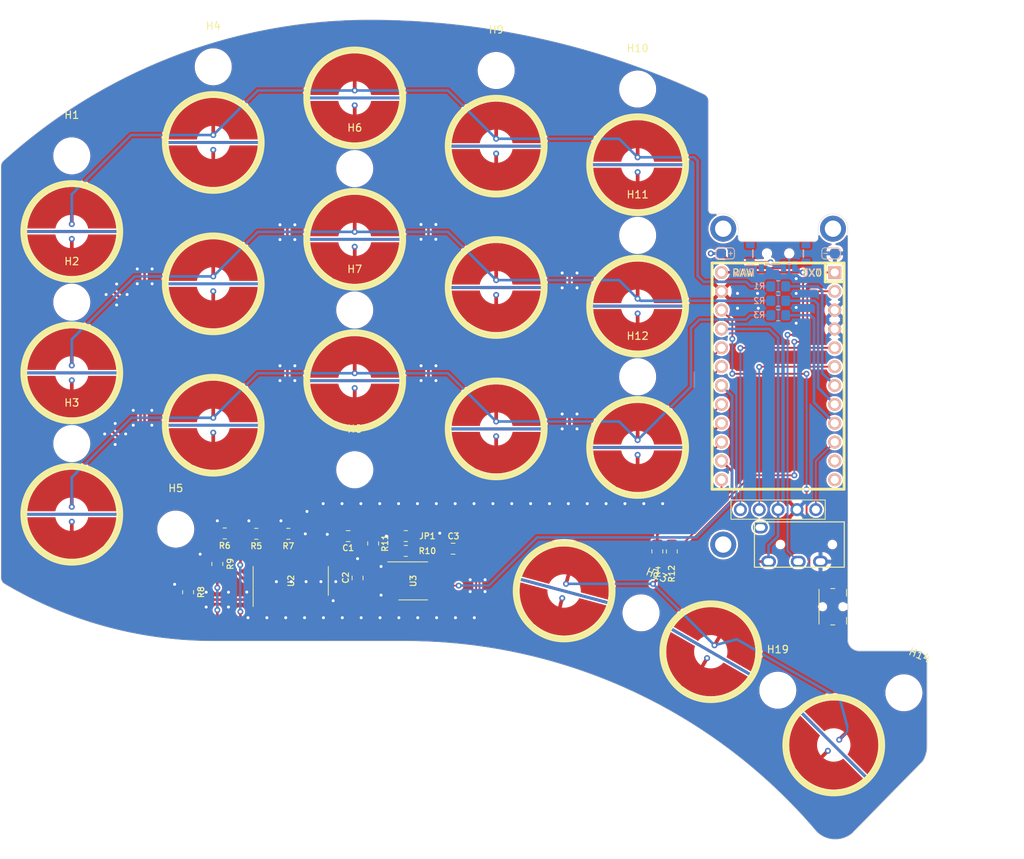
<source format=kicad_pcb>
(kicad_pcb (version 20221018) (generator pcbnew)
  (layers (0 "F.Cu" signal) (31 "B.Cu" signal) (34 "B.Paste" user) (35 "F.Paste" user) (36 "B.SilkS" user "B.Silkscreen") (37 "F.SilkS" user "F.Silkscreen") (38 "B.Mask" user) (39 "F.Mask" user) (44 "Edge.Cuts" user))
  (net 0 "")
  (net 1 "+3.3V")
  (net 2 "GND")
  (net 3 "APLEX_OUT_PIN_0")
  (net 4 "MOSI")
  (net 5 "SCK")
  (net 6 "CS")
  (net 8 "BAT+")
  (net 9 "RAW")
  (net 10 "Net-(R1-Pad1)")
  (net 11 "ROW0")
  (net 12 "ROW1")
  (net 13 "Net-(R2-Pad2)")
  (net 14 "ROW2")
  (net 15 "Net-(R3-Pad2)")
  (net 16 "COL0")
  (net 17 "COL1")
  (net 18 "COL2")
  (net 19 "COL3")
  (net 20 "COL4")
  (net 21 "Net-(JP1-A)")
  (net 22 "ADC")
  (net 23 "DATA")
  (net 24 "RESET")
  (net 25 "APLEX_EN_PIN_0")
  (net 26 "AMUX_SEL_2")
  (net 27 "AMUX_SEL_1")
  (net 28 "AMUX_SEL_0")
  (net 29 "Net-(R4-Pad2)")
  (net 30 "ROW3")
  (net 31 "HAND")
  (net 33 "POWER")
  (footprint "Capacitor_SMD:C_0805_2012Metric_Pad1.18x1.45mm_HandSolder" (layer "F.Cu") (at 213.988549 97.598989 180)
    (fp_text reference "C3")
    (fp_text value "100n")
  )
  (footprint "MountingHole:MountingHole_4.5mm" (layer "F.Cu") (at 162.639543 44.666058)
    (fp_text reference "H1")
    (fp_text value "MountingHole")
  )
  (footprint "Resistor_SMD:R_0805_2012Metric_Pad1.20x1.40mm_HandSolder" (layer "F.Cu") (at 243.439963 97.966057 -90)
    (fp_text reference "R12")
    (fp_text value "5.1k")
  )
  (footprint "tako:ecs_pad_1U_no_ring" (layer "F.Cu") (at 238.839549 45.859992 90)
    (fp_text reference "SW5")
    (fp_text value "EC_SW" hide)
  )
  (footprint "tako:ecs_pad_1U_no_ring" (layer "F.Cu") (at 200.73955 74.959991 90)
    (fp_text reference "SW13")
    (fp_text value "EC_SW" hide)
  )
  (footprint "tako:ecs_pad_1U_no_ring" (layer "F.Cu") (at 181.68955 80.9605 90)
    (fp_text reference "SW12")
    (fp_text value "EC_SW" hide)
  )
  (footprint "Button_Switch_SMD:Panasonic_EVQPUL_EVQPUC" (layer "F.Cu") (at 265.115971 105.420627 -90)
    (fp_text reference "RSW1" hide)
    (fp_text value "Reset")
  )
  (footprint "tako:ecs_pad_1U_no_ring" (layer "F.Cu") (at 219.78955 43.360005 90)
    (fp_text reference "SW4")
    (fp_text value "EC_SW" hide)
  )
  (footprint "tako:ecs_pad_1U_no_ring" (layer "F.Cu") (at 238.839549 83.959994 90)
    (fp_text reference "SW15")
    (fp_text value "EC_SW" hide)
  )
  (footprint "tako:ecs_pad_1U_no_ring" (layer "F.Cu") (at 162.639552 73.910492 90)
    (fp_text reference "SW6")
    (fp_text value "EC_SW" hide)
  )
  (footprint "Resistor_SMD:R_0805_2012Metric_Pad1.20x1.40mm_HandSolder" (layer "F.Cu") (at 191.804486 95.592133 180)
    (fp_text reference "R7")
    (fp_text value "100k")
  )
  (footprint "Package_SO:SOIC-8_3.9x4.9mm_P1.27mm" (layer "F.Cu") (at 208.622514 101.937135)
    (fp_text reference "U3")
    (fp_text value "OPA350")
  )
  (footprint "tako:bat_pin+" (layer "F.Cu") (at 250.116908 57.819421)
    (fp_text reference "BAT_HOLE+1" hide)
    (fp_text value "MountingHole_Pad" hide)
  )
  (footprint "MountingHole:MountingHole_4.5mm" (layer "F.Cu") (at 219.789549 33.166058)
    (fp_text reference "H9")
    (fp_text value "MountingHole")
  )
  (footprint "tako:ecs_pad_1U_no_ring" (layer "F.Cu") (at 200.73954 36.859996 90)
    (fp_text reference "SW3")
    (fp_text value "EC_SW" hide)
  )
  (footprint "MountingHole:MountingHole_4.5mm" (layer "F.Cu") (at 238.839551 35.666058)
    (fp_text reference "H10")
    (fp_text value "MountingHole")
  )
  (footprint "tako:M2_hole_3.5mm" (layer "F.Cu") (at 250.364002 97.039421 90)
    (fp_text reference "H17" hide)
    (fp_text value "MountingHole" hide)
  )
  (footprint "tako:ecs_pad_1U_no_ring" (layer "F.Cu") (at 162.63955 92.960494 90)
    (fp_text reference "SW11")
    (fp_text value "EC_SW" hide)
  )
  (footprint "MountingHole:MountingHole_4.5mm" (layer "F.Cu") (at 239.297894 106.243092 -22.5)
    (fp_text reference "H13")
    (fp_text value "MountingHole")
  )
  (footprint "MountingHole:MountingHole_4.5mm" (layer "F.Cu") (at 162.639541 64.385492)
    (fp_text reference "H2")
    (fp_text value "MountingHole")
  )
  (footprint "MountingHole:MountingHole_4.5mm" (layer "F.Cu") (at 176.63955 94.960499)
    (fp_text reference "H5")
    (fp_text value "MountingHole")
  )
  (footprint "Capacitor_SMD:C_0805_2012Metric_Pad1.18x1.45mm_HandSolder" (layer "F.Cu") (at 199.860014 95.898991)
    (fp_text reference "C1")
    (fp_text value "100n")
  )
  (footprint "Resistor_SMD:R_0805_2012Metric_Pad1.20x1.40mm_HandSolder" (layer "F.Cu") (at 182.23855 99.64899 90)
    (fp_text reference "R9")
    (fp_text value "100k")
  )
  (footprint "tako:M2_hole_3.5mm" (layer "F.Cu") (at 250.364001 54.480531)
    (fp_text reference "H15" hide)
    (fp_text value "MountingHole" hide)
  )
  (footprint "Resistor_SMD:R_0805_2012Metric_Pad1.20x1.40mm_HandSolder" (layer "F.Cu") (at 183.238547 95.542492 180)
    (fp_text reference "R6")
    (fp_text value "100k")
  )
  (footprint "tako:ecs_pad_1U_no_ring" (layer "F.Cu") (at 181.689546 42.860498 90)
    (fp_text reference "SW2")
    (fp_text value "EC_SW" hide)
  )
  (footprint "tako:TRRS-PJ-320A" (layer "F.Cu") (at 266.665975 97.039423 -90)
    (fp_text reference "J1")
    (fp_text value "MJ-4PP-9")
  )
  (footprint "Capacitor_SMD:C_0805_2012Metric_Pad1.18x1.45mm_HandSolder" (layer "F.Cu") (at 201.122517 101.542491 90)
    (fp_text reference "C2")
    (fp_text value "220p")
  )
  (footprint "Resistor_SMD:R_0805_2012Metric_Pad1.20x1.40mm_HandSolder" (layer "F.Cu") (at 187.488548 95.592136 180)
    (fp_text reference "R5")
    (fp_text value "100k")
  )
  (footprint "tako:ecs_pad_1U_no_ring_90deg" (layer "F.Cu") (at 248.689516 111.480384 150)
    (fp_text reference "SW17")
    (fp_text value "EC_SW" hide)
  )
  (footprint "tako:ecs_pad_1U_no_ring" (layer "F.Cu") (at 219.78955 62.409994 90)
    (fp_text reference "SW9")
    (fp_text value "EC_SW" hide)
  )
  (footprint "MountingHole:MountingHole_4.5mm" (layer "F.Cu") (at 274.694073 117.01475 -22.5)
    (fp_text reference "H14")
    (fp_text value "MountingHole")
  )
  (footprint "tako:ecs_pad_1U_no_ring" (layer "F.Cu") (at 181.689551 61.910495 90)
    (fp_text reference "SW7")
    (fp_text value "EC_SW" hide)
  )
  (footprint "tako:ecs_pad_1U_no_ring" (layer "F.Cu") (at 219.789545 81.459993 90)
    (fp_text reference "SW14")
    (fp_text value "EC_SW" hide)
  )
  (footprint "tako:ecs_pad_1U_no_ring" (layer "F.Cu") (at 162.63954 54.860494 90)
    (fp_text reference "SW1")
    (fp_text value "EC_SW" hide)
  )
  (footprint "Resistor_SMD:R_0805_2012Metric_Pad1.20x1.40mm_HandSolder" (layer "F.Cu") (at 207.622514 97.89899)
    (fp_text reference "R10")
    (fp_text value "100k")
  )
  (footprint "MountingHole:MountingHole_4.5mm" (layer "F.Cu") (at 238.839549 74.434995)
    (fp_text reference "H12")
    (fp_text value "MountingHole")
  )
  (footprint "MountingHole:MountingHole_4.5mm" (layer "F.Cu") (at 200.739542 46.384998)
    (fp_text reference "H6")
    (fp_text value "MountingHole")
  )
  (footprint "tako:ecs_pad_1U_no_ring" (layer "F.Cu") (at 238.839548 64.909997 90)
    (fp_text reference "SW10")
    (fp_text value "EC_SW" hide)
  )
  (footprint "Resistor_SMD:R_0805_2012Metric_Pad1.20x1.40mm_HandSolder" (layer "F.Cu") (at 178.304486 103.459424 90)
    (fp_text reference "R8")
    (fp_text value "100k")
  )
  (footprint "Package_SO:SOIC-16_3.9x9.9mm_P1.27mm" (layer "F.Cu") (at 192.122517 101.937137 90)
    (fp_text reference "U2")
    (fp_text value "74HC4051")
  )
  (footprint "Resistor_SMD:R_0805_2012Metric_Pad1.20x1.40mm_HandSolder" (layer "F.Cu") (at 207.622517 95.898992)
    (fp_text reference "JP1")
    (fp_text value "Ext_Res")
  )
  (footprint "MountingHole:MountingHole_4.5mm" (layer "F.Cu") (at 181.689545 32.666057)
    (fp_text reference "H4")
    (fp_text value "MountingHole")
  )
  (footprint "MountingHole:MountingHole_4.5mm" (layer "F.Cu") (at 238.839549 55.384995)
    (fp_text reference "H11")
    (fp_text value "MountingHole")
  )
  (footprint "tako:ecs_pad_1U_no_ring_90deg" (layer "F.Cu") (at 228.942589 103.300695 165)
    (fp_text reference "SW18")
    (fp_text value "EC_SW" hide)
  )
  (footprint "tako:ecs_pad_1U_no_ring" (layer "F.Cu") (at 200.739544 55.909999 90)
    (fp_text reference "SW8")
    (fp_text value "EC_SW" hide)
  )
  (footprint "tako:nice_view" (layer "F.Cu") (at 257.75433 75.852635)
    (fp_text reference "DISP1")
    (fp_text value "nice!view" hide)
  )
  (footprint "tako:M2_hole_3.5mm" (layer "F.Cu") (at 265.145326 54.480079)
    (fp_text reference "H16" hide)
    (fp_text value "MountingHole" hide)
  )
  (footprint "MountingHole:MountingHole_4.5mm" (layer "F.Cu") (at 200.739541 65.434995)
    (fp_text reference "H7")
    (fp_text value "MountingHole")
  )
  (footprint "tako:bat_pin-" (layer "F.Cu") (at 265.390409 57.819423 180)
    (fp_text reference "BAT_HOLE-1" hide)
    (fp_text value "MountingHole_Pad" hide)
  )
  (footprint "tako:ecs_pad_1U_no_ring_90deg" (layer "F.Cu") (at 265.249073 124.04775 135)
    (fp_text reference "SW16")
    (fp_text value "EC_SW" hide)
  )
  (footprint "Resistor_SMD:R_0805_2012Metric_Pad1.20x1.40mm_HandSolder" (layer "F.Cu") (at 203.222517 96.89899 90)
    (fp_text reference "R11")
    (fp_text value "1k")
  )
  (footprint "MountingHole:MountingHole_4.5mm" (layer "F.Cu") (at 162.63955 83.435488)
    (fp_text reference "H3")
    (fp_text value "MountingHole")
  )
  (footprint "Resistor_SMD:R_0805_2012Metric_Pad1.20x1.40mm_HandSolder" (layer "F.Cu") (at 241.489549 97.959989 -90)
    (fp_text reference "R4")
    (fp_text value "100")
  )
  (footprint "MountingHole:MountingHole_4.5mm" (layer "F.Cu") (at 257.715972 116.670626)
    (fp_text reference "H19")
    (fp_text value "MountingHole")
  )
  (footprint "MountingHole:MountingHole_4.5mm" (layer "F.Cu") (at 200.739548 86.959992)
    (fp_text reference "H8")
    (fp_text value "MountingHole")
  )
  (footprint "tako:SW_SPDT_SMD_PCM12" (layer "B.Cu") (at 257.75458 58.142138)
    (fp_text reference "PSW1" hide)
    (fp_text value "SW_SPDT")
  )
  (footprint "tako:ArduinoProMicro" (layer "B.Cu") (at 257.754575 74.343659 -90)
    (fp_text reference "U1" hide)
    (fp_text value "STeMCell" hide)
  )
  (footprint "Resistor_SMD:R_0805_2012Metric_Pad1.20x1.40mm_HandSolder" (layer "B.Cu") (at 257.772518 66.142134 180)
    (fp_text reference "R3")
    (fp_text value "100")
  )
  (footprint "Resistor_SMD:R_0805_2012Metric_Pad1.20x1.40mm_HandSolder" (layer "B.Cu") (at 257.772513 64.192137 180)
    (fp_text reference "R2")
    (fp_text value "100")
  )
  (footprint "Resistor_SMD:R_0805_2012Metric_Pad1.20x1.40mm_HandSolder" (layer "B.Cu") (at 257.772514 62.242136)
    (fp_text reference "R1")
    (fp_text value "100")
  )
  (gr_line (start 276.294057 111.364599) (end 268.643644 111.364387) (stroke (width 0.1)) (layer "Edge.Cuts"))
  (gr_arc (start 277.819057 124.214599) (mid 277.670378 125.263417) (end 277.24832 126.23501) (stroke (width 0.1)) (layer "Edge.Cuts"))
  (gr_arc (start 202.739289 26.334575) (mid 225.817109 28.876226) (end 247.788744 36.379091) (stroke (width 0.05)) (layer "Edge.Cuts"))
  (gr_line (start 153.114941 86.246058) (end 153.114943 101.485645) (stroke (width 0.05)) (layer "Edge.Cuts"))
  (gr_line (start 153.114939 81.166058) (end 153.114941 65.246057) (stroke (width 0.05)) (layer "Edge.Cuts"))
  (gr_line (start 248.364002 51.980529) (end 248.364002 37.284666) (stroke (width 0.05)) (layer "Edge.Cuts"))
  (gr_arc (start 153.588342 102.335003) (mid 153.241253 101.971847) (end 153.114943 101.485645) (stroke (width 0.05)) (layer "Edge.Cuts"))
  (gr_arc (start 263.145135 54.479892) (mid 263.730941 53.065606) (end 265.145268 52.479904) (stroke (width 0.05)) (layer "Edge.Cuts"))
  (gr_arc (start 181.689856 110.03599) (mid 167.121062 108.075856) (end 153.588342 102.335003) (stroke (width 0.05)) (layer "Edge.Cuts"))
  (gr_line (start 207.751735 110.035651) (end 181.689856 110.03599) (stroke (width 0.05)) (layer "Edge.Cuts"))
  (gr_line (start 153.114948 46.085744) (end 153.11494 60.166058) (stroke (width 0.05)) (layer "Edge.Cuts"))
  (gr_line (start 153.114939 81.166058) (end 153.114941 86.246058) (stroke (width 0.05)) (layer "Edge.Cuts"))
  (gr_line (start 248.864006 52.480527) (end 250.363944 52.480355) (stroke (width 0.05)) (layer "Edge.Cuts"))
  (gr_line (start 153.11494 60.166058) (end 153.114941 65.246057) (stroke (width 0.05)) (layer "Edge.Cuts"))
  (gr_arc (start 250.363944 52.480355) (mid 251.778243 53.06616) (end 252.363931 54.480488) (stroke (width 0.05)) (layer "Edge.Cuts"))
  (gr_line (start 252.864111 56.230419) (end 262.644956 56.229817) (stroke (width 0.05)) (layer "Edge.Cuts"))
  (gr_arc (start 276.294057 111.364599) (mid 277.372395 111.811261) (end 277.819057 112.889599) (stroke (width 0.1)) (layer "Edge.Cuts"))
  (gr_arc (start 267.79918 135.879353) (mid 265.356024 136.751584) (end 262.966865 135.740785) (stroke (width 0.05)) (layer "Edge.Cuts"))
  (gr_arc (start 153.114948 46.085744) (mid 153.199487 45.683416) (end 153.438748 45.349091) (stroke (width 0.05)) (layer "Edge.Cuts"))
  (gr_line (start 267.145259 54.480041) (end 267.144942 94.264804) (stroke (width 0.05)) (layer "Edge.Cuts"))
  (gr_arc (start 248.864006 52.480527) (mid 248.510461 52.334073) (end 248.364002 51.980529) (stroke (width 0.05)) (layer "Edge.Cuts"))
  (gr_line (start 252.363931 54.480488) (end 252.364104 55.730421) (stroke (width 0.05)) (layer "Edge.Cuts"))
  (gr_arc (start 263.14496 55.72982) (mid 262.998476 56.08334) (end 262.644956 56.229817) (stroke (width 0.05)) (layer "Edge.Cuts"))
  (gr_line (start 267.144948 94.264807) (end 267.144057 109.839599) (stroke (width 0.1)) (layer "Edge.Cuts"))
  (gr_arc (start 207.751735 110.035651) (mid 238.182841 116.823197) (end 262.966864 135.740786) (stroke (width 0.05)) (layer "Edge.Cuts"))
  (gr_arc (start 252.864111 56.230419) (mid 252.51053 56.083972) (end 252.364104 55.730421) (stroke (width 0.05)) (layer "Edge.Cuts"))
  (gr_arc (start 153.438748 45.349091) (mid 176.319144 31.252928) (end 202.739289 26.334575) (stroke (width 0.05)) (layer "Edge.Cuts"))
  (gr_arc (start 247.788744 36.379091) (mid 248.208059 36.748229) (end 248.364002 37.284666) (stroke (width 0.05)) (layer "Edge.Cuts"))
  (gr_arc (start 265.145268 52.479904) (mid 266.559447 53.06581) (end 267.145259 54.480041) (stroke (width 0.05)) (layer "Edge.Cuts"))
  (gr_line (start 263.14496 55.72982) (end 263.145135 54.479892) (stroke (width 0.05)) (layer "Edge.Cuts"))
  (gr_arc (start 268.643644 111.364387) (mid 267.581771 110.908914) (end 267.144057 109.839599) (stroke (width 0.1)) (layer "Edge.Cuts"))
  (gr_line (start 277.24832 126.23501) (end 267.79918 135.879353) (stroke (width 0.1)) (layer "Edge.Cuts"))
  (gr_line (start 277.819057 112.889599) (end 277.819057 124.214599) (stroke (width 0.1)) (layer "Edge.Cuts"))
  (gr_text "TAKO\nREV 1.0\nBY SSBB" (at 203.389965 87.001456) (layer "F.Cu") (effects (font (size 0.8 0.8)) (justify left)))
  (segment (start 245.178981 99.339422) (end 256.465971 99.339424) (width 0.35) (layer "F.Cu") (net 1))
  (segment (start 243.439965 98.966056) (end 244.805614 98.966056) (width 0.35) (layer "F.Cu") (net 1))
  (segment (start 244.805614 98.966056) (end 245.178981 99.339422) (width 0.35) (layer "F.Cu") (net 1))
  (segment (start 257.75433 95.882271) (end 257.754328 92.332635) (width 0.35) (layer "B.Cu") (net 1))
  (segment (start 257.754332 69.180423) (end 257.75433 92.332635) (width 0.35) (layer "B.Cu") (net 1))
  (segment (start 256.465971 99.339424) (end 256.465972 97.170627) (width 0.35) (layer "B.Cu") (net 1))
  (segment (start 250.134576 67.99366) (end 256.567566 67.99366) (width 0.35) (layer "B.Cu") (net 1))
  (segment (start 256.465972 97.170627) (end 257.75433 95.882271) (width 0.35) (layer "B.Cu") (net 1))
  (segment (start 256.567566 67.99366) (end 257.754332 69.180423) (width 0.35) (layer "B.Cu") (net 1))
  (via (at 260.189969 61.216057) (size 0.8) (drill 0.4) (layers "F.Cu" "B.Cu") (net 2))
  (via (at 194.088549 95.598991) (size 0.8) (drill 0.4) (layers "F.Cu" "B.Cu") (net 2))
  (via (at 186.201834 103.439598) (size 0.8) (drill 0.4) (layers "F.Cu" "B.Cu") (net 2))
  (via (at 186.488552 93.842492) (size 0.8) (drill 0.4) (layers "F.Cu" "B.Cu") (net 2))
  (via (at 234.58955 91.52999) (size 0.8) (drill 0.4) (layers "F.Cu" "B.Cu") (net 2))
  (via (at 192.676256 72.950602) (size 0.8) (drill 0.4) (layers "F.Cu" "B.Cu") (net 2))
  (via (at 229.509548 91.529992) (size 0.8) (drill 0.4) (layers "F.Cu" "B.Cu") (net 2))
  (via (at 180.73855 103.459422) (size 0.8) (drill 0.4) (layers "F.Cu" "B.Cu") (net 2))
  (via (at 173.456255 59.9006) (size 0.8) (drill 0.4) (layers "F.Cu" "B.Cu") (net 2))
  (via (at 186.368548 106.898991) (size 0.8) (drill 0.4) (layers "F.Cu" "B.Cu") (net 2))
  (via (at 232.049547 91.529992) (size 0.8) (drill 0.4) (layers "F.Cu" "B.Cu") (net 2))
  (via (at 228.676259 60.450602) (size 0.8) (drill 0.4) (layers "F.Cu" "B.Cu") (net 2))
  (via (at 230.676257 62.450599) (size 0.8) (drill 0.4) (layers "F.Cu" "B.Cu") (net 2))
  (via (at 239.669549 91.529989) (size 0.8) (drill 0.4) (layers "F.Cu" "B.Cu") (net 2))
  (via (at 224.429549 91.529989) (size 0.8) (drill 0.4) (layers "F.Cu" "B.Cu") (net 2))
  (via (at 170.089736 63.350052) (size 0.8) (drill 0.4) (layers "F.Cu" "B.Cu") (net 2))
  (via (at 218.289546 103.382637) (size 0.8) (drill 0.4) (layers "F.Cu" "B.Cu") (net 2))
  (via (at 176.488549 102.39899) (size 0.8) (drill 0.4) (layers "F.Cu" "B.Cu") (net 2))
  (via (at 173.416257 80.960603) (size 0.8) (drill 0.4) (layers "F.Cu" "B.Cu") (net 2))
  (via (at 212.190408 95.509423) (size 0.8) (drill 0.4) (layers "F.Cu" "B.Cu") (net 2))
  (via (at 190.676255 72.950602) (size 0.8) (drill 0.4) (layers "F.Cu" "B.Cu") (net 2))
  (via (at 196.489547 91.529992) (size 0.8) (drill 0.4) (layers "F.Cu" "B.Cu") (net 2))
  (via (at 204.288548 99.998989) (size 0.8) (drill 0.4) (layers "F.Cu" "B.Cu") (net 2))
  (via (at 204.148548 106.898991) (size 0.8) (drill 0.4) (layers "F.Cu" "B.Cu") (net 2))
  (via (at 216.809551 91.529992) (size 0.8) (drill 0.4) (layers "F.Cu" "B.Cu") (net 2))
  (via (at 190.804486 93.842492) (size 0.8) (drill 0.4) (layers "F.Cu" "B.Cu") (net 2))
  (via (at 204.109547 91.529992) (size 0.8) (drill 0.4) (layers "F.Cu" "B.Cu") (net 2))
  (via (at 209.676255 72.950599) (size 0.8) (drill 0.4) (layers "F.Cu" "B.Cu") (net 2))
  (via (at 216.848547 106.898991) (size 0.8) (drill 0.4) (layers "F.Cu" "B.Cu") (net 2))
  (via (at 218.28955 101.782634) (size 0.8) (drill 0.4) (layers "F.Cu" "B.Cu") (net 2))
  (via (at 192.18955 102.04049) (size 0.8) (drill 0.4) (layers "F.Cu" "B.Cu") (net 2))
  (via (at 168.675526 61.935838) (size 0.8) (drill 0.4) (layers "F.Cu" "B.Cu") (net 2))
  (via (at 170.916255 78.960598) (size 0.8) (drill 0.4) (layers "F.Cu" "B.Cu") (net 2))
  (via (at 237.129549 91.529992) (size 0.8) (drill 0.4) (layers "F.Cu" "B.Cu") (net 2))
  (via (at 228.67626 62.450601) (size 0.8) (drill 0.4) (layers "F.Cu" "B.Cu") (net 2))
  (via (at 180.73855 105.459421) (size 0.8) (drill 0.4) (layers "F.Cu" "B.Cu") (net 2))
  (via (at 196.528547 106.89899) (size 0.8) (drill 0.4) (layers "F.Cu" "B.Cu") (net 2))
  (via (at 197.840408 104.609424) (size 0.8) (drill 0.4) (layers "F.Cu" "B.Cu") (net 2))
  (via (at 183.73855 105.459423) (size 0.8) (drill 0.4) (layers "F.Cu" "B.Cu") (net 2))
  (via (at 183.73855 103.459423) (size 0.8) (drill 0.4) (layers "F.Cu" "B.Cu") (net 2))
  (via (at 168.481006 80.726494) (size 0.8) (drill 0.4) (layers "F.Cu" "B.Cu") (net 2))
  (via (at 206.688549 106.898991) (size 0.8) (drill 0.4) (layers "F.Cu" "B.Cu") (net 2))
  (via (at 214.269547 91.529991) (size 0.8) (drill 0.4) (layers "F.Cu" "B.Cu") (net 2))
  (via (at 211.676256 74.950602) (size 0.8) (drill 0.4) (layers "F.Cu" "B.Cu") (net 2))
  (via (at 221.889549 91.529991) (size 0.8) (drill 0.4) (layers "F.Cu" "B.Cu") (net 2))
  (via (at 206.649547 91.529992) (size 0.8) (drill 0.4) (layers "F.Cu" "B.Cu") (net 2))
  (via (at 192.676258 74.950601) (size 0.8) (drill 0.4) (layers "F.Cu" "B.Cu") (net 2))
  (via (at 228.676258 81.4506) (size 0.8) (drill 0.4) (layers "F.Cu" "B.Cu") (net 2))
  (via (at 190.676258 74.950603) (size 0.8) (drill 0.4) (layers "F.Cu" "B.Cu") (net 2))
  (via (at 211.66626 55.910601) (size 0.8) (drill 0.4) (layers "F.Cu" "B.Cu") (net 2))
  (via (at 179.926834 98.339598) (size 0.8) (drill 0.4) (layers "F.Cu" "B.Cu") (net 2))
  (via (at 188.90855 106.89899) (size 0.8) (drill 0.4) (layers "F.Cu" "B.Cu") (net 2))
  (via (at 230.676256 81.450604) (size 0.8) (drill 0.4) (layers "F.Cu" "B.Cu") (net 2))
  (via (at 173.456258 61.900604) (size 0.8) (drill 0.4) (layers "F.Cu" "B.Cu") (net 2))
  (via (at 199.068548 106.898989) (size 0.8) (drill 0.4) (layers "F.Cu" "B.Cu") (net 2))
  (via (at 255.088553 65.198993) (size 0.8) (drill 0.4) (layers "F.Cu" "B.Cu") (net 2))
  (via (at 211.768547 106.89899) (size 0.8) (drill 0.4) (layers "F.Cu" "B.Cu") (net 2))
  (via (at 201.608547 106.898991) (size 0.8) (drill 0.4) (layers "F.Cu" "B.Cu") (net 2))
  (via (at 199.029546 91.529991) (size 0.8) (drill 0.4) (layers "F.Cu" "B.Cu") (net 2))
  (via (at 209.666255 55.910603) (size 0.8) (drill 0.4) (layers "F.Cu" "B.Cu") (net 2))
  (via (at 201.569548 91.529992) (size 0.8) (drill 0.4) (layers "F.Cu" "B.Cu") (net 2))
  (via (at 260.189967 67.216055) (size 0.8) (drill 0.4) (layers "F.Cu" "B.Cu") (net 2))
  (via (at 260.189968 63.198991) (size 0.8) (drill 0.4) (layers "F.Cu" "B.Cu") (net 2))
  (via (at 192.676257 53.9506) (size 0.8) (drill 0.4) (layers "F.Cu" "B.Cu") (net 2))
  (via (at 194.189549 102.040493) (size 0.8) (drill 0.4) (layers "F.Cu" "B.Cu") (net 2))
  (via (at 169.895222 82.140707) (size 0.8) (drill 0.4) (layers "F.Cu" "B.Cu") (net 2))
  (via (at 190.676256 53.950602) (size 0.8) (drill 0.4) (layers "F.Cu" "B.Cu") (net 2))
  (via (at 216.289546 101.782635) (size 0.8) (drill 0.4) (layers "F.Cu" "B.Cu") (net 2))
  (via (at 171.456255 61.900602) (size 0.8) (drill 0.4) (layers "F.Cu" "B.Cu") (net 2))
  (via (at 204.98855 95.898989) (size 0.8) (drill 0.4) (layers "F.Cu" "B.Cu") (net 2))
  (via (at 198.189547 102.040493) (size 0.8) (drill 0.4) (layers "F.Cu" "B.Cu") (net 2))
  (via (at 242.209547 91.52999) (size 0.8) (drill 0.4) (layers "F.Cu" "B.Cu") (net 2))
  (via (at 214.308551 106.898991) (size 0.8) (drill 0.4) (layers "F.Cu" "B.Cu") (net 2))
  (via (at 219.349547 91.529989) (size 0.8) (drill 0.4) (layers "F.Cu" "B.Cu") (net 2))
  (via (at 260.189964 65.098991) (size 0.8) (drill 0.4) (layers "F.Cu" "B.Cu") (net 2))
  (via (at 211.666254 53.910601) (size 0.8) (drill 0.4) (layers "F.Cu" "B.Cu") (net 2))
  (via (at 230.676256 79.450602) (size 0.8) (drill 0.4) (layers "F.Cu" "B.Cu") (net 2))
  (via (at 190.676256 55.950601) (size 0.8) (drill 0.4) (layers "F.Cu" "B.Cu") (net 2))
  (via (at 209.18955 91.52999) (size 0.8) (drill 0.4) (layers "F.Cu" "B.Cu") (net 2))
  (via (at 216.289551 103.382635) (size 0.8) (drill 0.4) (layers "F.Cu" "B.Cu") (net 2))
  (via (at 211.676257 72.950603) (size 0.8) (drill 0.4) (layers "F.Cu" "B.Cu") (net 2))
  (via (at 209.666259 53.910603) (size 0.8) (drill 0.4) (layers "F.Cu" "B.Cu") (net 2))
  (via (at 204.290408 103.859422) (size 0.8) (drill 0.4) (layers "F.Cu" "B.Cu") (net 2))
  (via (at 254.98855 63.198991) (size 0.8) (drill 0.4) (layers "F.Cu" "B.Cu") (net 2))
  (via (at 192.676257 55.950604) (size 0.8) (drill 0.4) (layers "F.Cu" "B.Cu") (net 2))
  (via (at 167.261311 63.350051) (size 0.8) (drill 0.4) (layers "F.Cu" "B.Cu") (net 2))
  (via (at 209.676256 74.9506) (size 0.8) (drill 0.4) (layers "F.Cu" "B.Cu") (net 2))
  (via (at 190.189549 102.042491) (size 0.8) (drill 0.4) (layers "F.Cu" "B.Cu") (net 2))
  (via (at 252.288551 63.198991) (size 0.8) (drill 0.4) (layers "F.Cu" "B.Cu") (net 2))
  (via (at 211.72955 91.529992) (size 0.8) (drill 0.4) (layers "F.Cu" "B.Cu") (net 2))
  (via (at 167.066791 82.140706) (size 0.8) (drill 0.4) (layers "F.Cu" "B.Cu") (net 2))
  (via (at 168.675525 64.764265) (size 0.8) (drill 0.4) (layers "F.Cu" "B.Cu") (net 2))
  (via (at 171.456258 59.9006) (size 0.8) (drill 0.4) (layers "F.Cu" "B.Cu") (net 2))
  (via (at 228.676258 79.450602) (size 0.8) (drill 0.4) (layers "F.Cu" "B.Cu") (net 2))
  (via (at 197.044964 95.666058) (size 0.8) (drill 0.4) (layers "F.Cu" "B.Cu") (net 2))
  (via (at 209.228548 106.898991) (size 0.8) (drill 0.4) (layers "F.Cu" "B.Cu") (net 2))
  (via (at 194.309547 92.580492) (size 0.8) (drill 0.4) (layers "F.Cu" "B.Cu") (net 2))
  (via (at 173.416254 78.960601) (size 0.8) (drill 0.4) (layers "F.Cu" "B.Cu") (net 2))
  (via (at 191.448548 106.898991) (size 0.8) (drill 0.4) (layers "F.Cu" "B.Cu") (net 2))
  (via (at 201.122515 98.942493) (size 0.8) (drill 0.4) (layers "F.Cu" "B.Cu") (net 2))
  (via (at 182.238551 93.842492) (size 0.8) (drill 0.4) (layers "F.Cu" "B.Cu") (net 2))
  (via (at 170.916256 80.960601) (size 0.8) (drill 0.4) (layers "F.Cu" "B.Cu") (net 2))
  (via (at 196.18955 102.040491) (size 0.8) (drill 0.4) (layers "F.Cu" "B.Cu") (net 2))
  (via (at 226.969547 91.529992) (size 0.8) (drill 0.4) (layers "F.Cu" "B.Cu") (net 2))
  (via (at 168.481007 83.55492) (size 0.8) (drill 0.4) (layers "F.Cu" "B.Cu") (net 2))
  (via (at 193.98855 106.897008) (size 0.8) (drill 0.4) (layers "F.Cu" "B.Cu") (net 2))
  (via (at 230.676257 60.450602) (size 0.8) (drill 0.4) (layers "F.Cu" "B.Cu") (net 2))
  (via (at 252.288549 65.198992) (size 0.8) (drill 0.4) (layers "F.Cu" "B.Cu") (net 2))
  (segment (start 201.085016 102.542492) (end 199.434565 102.54249) (width 0.35) (layer "F.Cu") (net 3))
  (segment (start 217.092789 103.742998) (end 217.09279 95.129393) (width 0.25) (layer "F.Cu") (net 3))
  (segment (start 248.689547 91.119639) (end 248.68955 84.678689) (width 0.25) (layer "F.Cu") (net 3))
  (segment (start 209.989966 104.916057) (end 215.919732 104.916058) (width 0.25) (layer "F.Cu") (net 3))
  (segment (start 217.09279 95.129393) (end 217.762191 94.459992) (width 0.25) (layer "F.Cu") (net 3))
  (segment (start 215.919732 104.916058) (end 217.092789 103.742998) (width 0.25) (layer "F.Cu") (net 3))
  (segment (start 248.68955 84.678689) (end 250.134578 83.23366) (width 0.25) (layer "F.Cu") (net 3))
  (segment (start 190.217517 103.263524) (end 190.217515 104.412136) (width 0.35) (layer "F.Cu") (net 3))
  (segment (start 245.349195 94.459991) (end 248.689547 91.119639) (width 0.25) (layer "F.Cu") (net 3))
  (segment (start 199.03855 102.938508) (end 190.542534 102.938507) (width 0.35) (layer "F.Cu") (net 3))
  (segment (start 206.147517 102.572136) (end 207.646044 102.572135) (width 0.25) (layer "F.Cu") (net 3))
  (segment (start 201.122515 102.579991) (end 206.139659 102.579992) (width 0.35) (layer "F.Cu") (net 3))
  (segment (start 190.542534 102.938507) (end 190.217517 103.263524) (width 0.35) (layer "F.Cu") (net 3))
  (segment (start 207.646044 102.572135) (end 209.989966 104.916057) (width 0.25) (layer "F.Cu") (net 3))
  (segment (start 199.434565 102.54249) (end 199.03855 102.938508) (width 0.35) (layer "F.Cu") (net 3))
  (segment (start 217.762191 94.459992) (end 245.349195 94.459991) (width 0.25) (layer "F.Cu") (net 3))
  (segment (start 252.706381 70.533659) (end 265.374578 70.533661) (width 0.25) (layer "F.Cu") (net 4))
  (segment (start 252.674328 70.565709) (end 252.706381 70.533659) (width 0.25) (layer "F.Cu") (net 4))
  (via (at 252.674328 70.565709) (size 0.8) (drill 0.4) (layers "F.Cu" "B.Cu") (net 4))
  (segment (start 252.674328 70.565709) (end 252.67433 92.332634) (width 0.25) (layer "B.Cu") (net 4))
  (segment (start 255.214329 73.112048) (end 255.25272 73.07366) (width 0.25) (layer "F.Cu") (net 5))
  (segment (start 255.25272 73.07366) (end 265.374576 73.073658) (width 0.25) (layer "F.Cu") (net 5))
  (via (at 255.214329 73.112048) (size 0.8) (drill 0.4) (layers "F.Cu" "B.Cu") (net 5))
  (segment (start 255.214329 73.112048) (end 255.214331 92.332638) (width 0.25) (layer "B.Cu") (net 5))
  (segment (start 262.834333 85.773907) (end 265.374576 83.233662) (width 0.25) (layer "B.Cu") (net 6))
  (segment (start 262.834328 92.332633) (end 262.834333 85.773907) (width 0.25) (layer "B.Cu") (net 6))
  (segment (start 248.693333 57.819423) (end 248.689966 57.816058) (width 0.35) (layer "F.Cu") (net 8))
  (segment (start 250.116908 57.819421) (end 248.693333 57.819423) (width 0.35) (layer "F.Cu") (net 8))
  (segment (start 256.740408 59.009421) (end 251.306907 59.009424) (width 0.35) (layer "F.Cu") (net 8))
  (segment (start 251.306907 59.009424) (end 250.116908 57.819421) (width 0.35) (layer "F.Cu") (net 8))
  (via (at 248.689966 57.816058) (size 0.8) (drill 0.4) (layers "F.Cu" "B.Cu") (net 8))
  (via (at 256.740408 59.009421) (size 0.8) (drill 0.4) (layers "F.Cu" "B.Cu") (net 8))
  (segment (start 248.689966 57.816058) (end 250.113541 57.816056) (width 0.35) (layer "B.Cu") (net 8))
  (segment (start 257.303118 59.572134) (end 258.504578 59.572133) (width 0.35) (layer "B.Cu") (net 8))
  (segment (start 250.113541 57.816056) (end 250.116908 57.819421) (width 0.35) (layer "B.Cu") (net 8))
  (segment (start 256.740408 59.009421) (end 257.303118 59.572134) (width 0.35) (layer "B.Cu") (net 8))
  (segment (start 261.09041 60.359424) (end 250.148815 60.359424) (width 0.35) (layer "F.Cu") (net 9))
  (via (at 261.09041 60.359424) (size 0.8) (drill 0.4) (layers "F.Cu" "B.Cu") (net 9))
  (segment (start 261.09041 60.359424) (end 260.791867 60.359424) (width 0.35) (layer "B.Cu") (net 9))
  (segment (start 260.791867 60.359424) (end 260.00458 59.572134) (width 0.35) (layer "B.Cu") (net 9))
  (via (at 238.839548 44.859994) (size 0.8) (drill 0.4) (layers "F.Cu" "B.Cu") (net 10))
  (via (at 219.789552 42.360001) (size 0.8) (drill 0.4) (layers "F.Cu" "B.Cu") (net 10))
  (via (at 200.73954 35.859996) (size 0.8) (drill 0.4) (layers "F.Cu" "B.Cu") (net 10))
  (via (at 181.689543 41.860498) (size 0.8) (drill 0.4) (layers "F.Cu" "B.Cu") (net 10))
  (via (at 162.639541 53.860499) (size 0.8) (drill 0.4) (layers "F.Cu" "B.Cu") (net 10))
  (segment (start 253.466044 61.642135) (end 254.066042 62.242135) (width 0.35) (layer "B.Cu") (net 10))
  (segment (start 219.789552 42.360001) (end 213.289548 35.859997) (width 0.35) (layer "B.Cu") (net 10))
  (segment (start 246.922514 45.348609) (end 246.922517 60.848607) (width 0.35) (layer "B.Cu") (net 10))
  (segment (start 213.289548 35.859997) (end 200.73954 35.859996) (width 0.35) (layer "B.Cu") (net 10))
  (segment (start 247.716042 61.642132) (end 253.466044 61.642135) (width 0.35) (layer "B.Cu") (net 10))
  (segment (start 219.789552 42.360001) (end 236.339555 42.359999) (width 0.35) (layer "B.Cu") (net 10))
  (segment (start 181.689543 41.860498) (end 170.634351 41.860498) (width 0.35) (layer "B.Cu") (net 10))
  (segment (start 162.639542 49.855301) (end 162.639541 53.860499) (width 0.35) (layer "B.Cu") (net 10))
  (segment (start 238.839548 44.859994) (end 246.433903 44.859994) (width 0.35) (layer "B.Cu") (net 10))
  (segment (start 170.634351 41.860498) (end 162.639542 49.855301) (width 0.35) (layer "B.Cu") (net 10))
  (segment (start 181.689543 41.860498) (end 187.690044 35.859996) (width 0.35) (layer "B.Cu") (net 10))
  (segment (start 236.339555 42.359999) (end 238.839548 44.859994) (width 0.35) (layer "B.Cu") (net 10))
  (segment (start 246.922517 60.848607) (end 247.716042 61.642132) (width 0.35) (layer "B.Cu") (net 10))
  (segment (start 246.433903 44.859994) (end 246.922514 45.348609) (width 0.35) (layer "B.Cu") (net 10))
  (segment (start 254.066042 62.242135) (end 256.772513 62.242134) (width 0.35) (layer "B.Cu") (net 10))
  (segment (start 187.690044 35.859996) (end 200.73954 35.859996) (width 0.35) (layer "B.Cu") (net 10))
  (segment (start 263.692713 73.931797) (end 265.374578 75.613658) (width 0.35) (layer "B.Cu") (net 11))
  (segment (start 258.772515 62.242136) (end 263.094703 62.242133) (width 0.35) (layer "B.Cu") (net 11))
  (segment (start 263.692714 62.840145) (end 263.692713 73.931797) (width 0.35) (layer "B.Cu") (net 11))
  (segment (start 263.094703 62.242133) (end 263.692714 62.840145) (width 0.35) (layer "B.Cu") (net 11))
  (segment (start 263.142715 64.665145) (end 263.142715 75.921796) (width 0.35) (layer "B.Cu") (net 12))
  (segment (start 258.772515 64.192136) (end 262.669703 64.192135) (width 0.35) (layer "B.Cu") (net 12))
  (segment (start 263.142715 75.921796) (end 265.374576 78.15366) (width 0.35) (layer "B.Cu") (net 12))
  (segment (start 262.669703 64.192135) (end 263.142715 64.665145) (width 0.35) (layer "B.Cu") (net 12))
  (via (at 162.63955 72.910491) (size 0.8) (drill 0.4) (layers "F.Cu" "B.Cu") (net 13))
  (via (at 200.739548 54.909996) (size 0.8) (drill 0.4) (layers "F.Cu" "B.Cu") (net 13))
  (via (at 238.83955 63.909992) (size 0.8) (drill 0.4) (layers "F.Cu" "B.Cu") (net 13))
  (via (at 181.689551 60.910494) (size 0.8) (drill 0.4) (layers "F.Cu" "B.Cu") (net 13))
  (via (at 219.789553 61.409991) (size 0.8) (drill 0.4) (layers "F.Cu" "B.Cu") (net 13))
  (segment (start 162.639552 69.385478) (end 171.114538 60.910495) (width 0.35) (layer "B.Cu") (net 13))
  (segment (start 238.83955 63.909992) (end 236.339546 61.409991) (width 0.35) (layer "B.Cu") (net 13))
  (segment (start 171.114538 60.910495) (end 181.689551 60.910494) (width 0.35) (layer "B.Cu") (net 13))
  (segment (start 239.328799 64.192135) (end 256.772518 64.192135) (width 0.35) (layer "B.Cu") (net 13))
  (segment (start 162.63955 72.910491) (end 162.639552 69.385478) (width 0.35) (layer "B.Cu") (net 13))
  (segment (start 236.339546 61.409991) (end 219.789553 61.409991) (width 0.35) (layer "B.Cu") (net 13))
  (segment (start 187.690047 54.909997) (end 200.739548 54.909996) (width 0.35) (layer "B.Cu") (net 13))
  (segment (start 181.689551 60.910494) (end 187.690047 54.909997) (width 0.35) (layer "B.Cu") (net 13))
  (segment (start 200.739548 54.909996) (end 213.289552 54.909996) (width 0.35) (layer "B.Cu") (net 13))
  (segment (start 238.83955 63.909992) (end 238.975247 64.045691) (width 0.35) (layer "B.Cu") (net 13))
  (segment (start 213.289552 54.909996) (end 219.789553 61.409991) (width 0.35) (layer "B.Cu") (net 13))
  (arc (start 239.328799 64.192135) (mid 239.137457 64.154077) (end 238.975247 64.045691) (width 0.35) (layer "B.Cu") (net 13))
  (segment (start 262.119703 66.142134) (end 262.592714 66.615146) (width 0.35) (layer "B.Cu") (net 14))
  (segment (start 262.592714 66.615146) (end 262.592714 77.911797) (width 0.35) (layer "B.Cu") (net 14))
  (segment (start 258.772516 66.142134) (end 262.119703 66.142134) (width 0.35) (layer "B.Cu") (net 14))
  (segment (start 262.592714 77.911797) (end 265.374578 80.693659) (width 0.35) (layer "B.Cu") (net 14))
  (via (at 238.839549 82.959995) (size 0.8) (drill 0.4) (layers "F.Cu" "B.Cu") (net 15))
  (via (at 219.789545 80.459995) (size 0.8) (drill 0.4) (layers "F.Cu" "B.Cu") (net 15))
  (via (at 162.63955 91.960494) (size 0.8) (drill 0.4) (layers "F.Cu" "B.Cu") (net 15))
  (via (at 200.739548 73.959993) (size 0.8) (drill 0.4) (layers "F.Cu" "B.Cu") (net 15))
  (via (at 181.689549 79.960497) (size 0.8) (drill 0.4) (layers "F.Cu" "B.Cu") (net 15))
  (segment (start 213.289541 73.959994) (end 219.789545 80.459995) (width 0.35) (layer "B.Cu") (net 15))
  (segment (start 187.690053 73.959991) (end 200.739548 73.959993) (width 0.35) (layer "B.Cu") (net 15))
  (segment (start 247.188887 66.717134) (end 253.438885 66.717136) (width 0.35) (layer "B.Cu") (net 15))
  (segment (start 162.63955 91.960494) (end 162.639547 87.987311) (width 0.35) (layer "B.Cu") (net 15))
  (segment (start 246.022513 67.883509) (end 247.188887 66.717134) (width 0.35) (layer "B.Cu") (net 15))
  (segment (start 254.013889 66.142134) (end 256.772518 66.142134) (width 0.35) (layer "B.Cu") (net 15))
  (segment (start 238.839549 82.959995) (end 246.022513 75.777034) (width 0.35) (layer "B.Cu") (net 15))
  (segment (start 219.789545 80.459995) (end 236.339548 80.459995) (width 0.35) (layer "B.Cu") (net 15))
  (segment (start 170.666359 79.960495) (end 181.689549 79.960497) (width 0.35) (layer "B.Cu") (net 15))
  (segment (start 253.438885 66.717136) (end 254.013889 66.142134) (width 0.35) (layer "B.Cu") (net 15))
  (segment (start 162.639547 87.987311) (end 170.666359 79.960495) (width 0.35) (layer "B.Cu") (net 15))
  (segment (start 246.022513 75.777034) (end 246.022513 67.883509) (width 0.35) (layer "B.Cu") (net 15))
  (segment (start 236.339548 80.459995) (end 238.839549 82.959995) (width 0.35) (layer "B.Cu") (net 15))
  (segment (start 181.689549 79.960497) (end 187.690053 73.959991) (width 0.35) (layer "B.Cu") (net 15))
  (segment (start 200.739548 73.959993) (end 213.289541 73.959994) (width 0.35) (layer "B.Cu") (net 15))
  (segment (start 236.796015 113.070549) (end 253.628481 122.788776) (width 0.35) (layer "F.Cu") (net 16))
  (segment (start 171.889551 66.559167) (end 171.889551 89.013915) (width 0.35) (layer "F.Cu") (net 16))
  (segment (start 178.304483 107.230578) (end 179.847897 108.773992) (width 0.35) (layer "F.Cu") (net 16))
  (segment (start 171.88955 92.084435) (end 171.889551 102.33049) (width 0.35) (layer "F.Cu") (net 16))
  (segment (start 253.641529 122.785279) (end 258.009843 127.153594) (width 0.35) (layer "F.Cu") (net 16))
  (segment (start 171.889551 102.33049) (end 171.889549 103.065643) (width 0.35) (layer "F.Cu") (net 16))
  (segment (start 253.628481 122.788776) (end 253.641529 122.785279) (width 0.35) (layer "F.Cu") (net 16))
  (segment (start 163.22533 57.89495) (end 171.889551 66.559167) (width 0.35) (layer "F.Cu") (net 16))
  (segment (start 171.88955 92.084435) (end 171.889551 89.013915) (width 0.35) (layer "F.Cu") (net 16))
  (segment (start 262.143228 127.153595) (end 264.541967 124.754855) (width 0.35) (layer "F.Cu") (net 16))
  (segment (start 178.304487 104.459423) (end 178.304483 107.230578) (width 0.35) (layer "F.Cu") (net 16))
  (segment (start 236.788308 113.057197) (end 236.796015 113.070549) (width 0.35) (layer "F.Cu") (net 16))
  (segment (start 258.009843 127.153594) (end 262.143228 127.153595) (width 0.35) (layer "F.Cu") (net 16))
  (segment (start 171.889551 102.33049) (end 171.889551 98.666058) (width 0.35) (layer "F.Cu") (net 16))
  (segment (start 171.889549 103.065643) (end 173.283329 104.459424) (width 0.35) (layer "F.Cu") (net 16))
  (segment (start 171.889552 85.559171) (end 171.88955 88.286542) (width 0.35) (layer "F.Cu") (net 16))
  (segment (start 171.88955 88.286542) (end 171.88955 92.084435) (width 0.35) (layer "F.Cu") (net 16))
  (segment (start 164.390409 97.209422) (end 170.432918 97.209424) (width 0.35) (layer "F.Cu") (net 16))
  (segment (start 162.639548 76.30917) (end 171.889552 85.559171) (width 0.35) (layer "F.Cu") (net 16))
  (segment (start 173.283329 104.459424) (end 177.804486 104.459424) (width 0.35) (layer "F.Cu") (net 16))
  (segment (start 171.889551 98.666058) (end 170.432918 97.209424) (width 0.35) (layer "F.Cu") (net 16))
  (segment (start 220.803164 108.773992) (end 236.788308 113.057197) (width 0.35) (layer "F.Cu") (net 16))
  (segment (start 179.847897 108.773992) (end 220.803164 108.773992) (width 0.35) (layer "F.Cu") (net 16))
  (segment (start 187.630229 104.459424) (end 178.304487 104.459423) (width 0.35) (layer "F.Cu") (net 16))
  (via (at 264.454422 124.834003) (size 0.8) (drill 0.4) (layers "F.Cu" "B.Cu") (net 16))
  (via (at 162.63955 74.910488) (size 0.8) (drill 0.4) (layers "F.Cu" "B.Cu") (net 16))
  (via (at 162.639542 55.860497) (size 0.8) (drill 0.4) (layers "F.Cu" "B.Cu") (net 16))
  (via (at 162.63955 93.960492) (size 0.8) (drill 0.4) (layers "F.Cu" "B.Cu") (net 16))
  (arc (start 162.639541 56.480735) (mid 162.791781 57.246102) (end 163.22533 57.89495) (width 0.35) (layer "F.Cu") (net 16))
  (arc (start 171.889551 89.013915) (mid 171.889552 88.650231) (end 171.88955 88.286542) (width 0.35) (layer "F.Cu") (net 16))
  (segment (start 182.238551 102.859423) (end 182.238549 100.64899) (width 0.35) (layer "F.Cu") (net 17))
  (segment (start 188.947515 103.123605) (end 188.414964 102.591059) (width 0.35) (layer "F.Cu") (net 17))
  (segment (start 181.689553 64.3251) (end 172.439549 73.575102) (width 0.35) (layer "F.Cu") (net 17))
  (segment (start 188.414964 102.591059) (end 186.680612 102.591057) (width 0.35) (layer "F.Cu") (net 17))
  (segment (start 183.563551 108.223991) (end 221.030985 108.223992) (width 0.35) (layer "F.Cu") (net 17))
  (segment (start 172.439553 95.916056) (end 172.439552 95.185488) (width 0.35) (layer "F.Cu") (net 17))
  (segment (start 186.680612 102.591057) (end 184.738549 100.648992) (width 0.35) (layer "F.Cu") (net 17))
  (segment (start 172.439552 92.657425) (end 172.439553 95.916056) (width 0.35) (layer "F.Cu") (net 17))
  (segment (start 182.243715 106.904159) (end 183.563551 108.223991) (width 0.35) (layer "F.Cu") (net 17))
  (segment (start 172.439552 95.185488) (end 172.439551 76.185491) (width 0.35) (layer "F.Cu") (net 17))
  (segment (start 221.030985 108.223992) (end 237.409566 112.612621) (width 0.35) (layer "F.Cu") (net 17))
  (segment (start 237.409566 112.612621) (end 243.810725 116.308329) (width 0.35) (layer "F.Cu") (net 17))
  (segment (start 181.689546 45.325104) (end 172.43955 54.575098) (width 0.35) (layer "F.Cu") (net 17))
  (segment (start 243.810725 116.308329) (end 246.284846 115.645394) (width 0.35) (layer "F.Cu") (net 17))
  (segment (start 173.472901 100.648992) (end 172.439551 99.615645) (width 0.35) (layer "F.Cu") (net 17))
  (segment (start 182.243717 105.864591) (end 182.243715 106.904159) (width 0.35) (layer "F.Cu") (net 17))
  (segment (start 172.439549 73.575102) (end 172.439551 76.185491) (width 0.35) (layer "F.Cu") (net 17))
  (segment (start 184.738549 100.648992) (end 173.472901 100.648992) (width 0.35) (layer "F.Cu") (net 17))
  (segment (start 246.284846 115.645394) (end 248.189517 112.346412) (width 0.35) (layer "F.Cu") (net 17))
  (segment (start 172.439552 92.657425) (end 181.689546 83.407428) (width 0.35) (layer "F.Cu") (net 17))
  (segment (start 188.947516 104.412137) (end 188.947515 103.123605) (width 0.35) (layer "F.Cu") (net 17))
  (segment (start 172.439551 99.615645) (end 172.439553 95.916056) (width 0.35) (layer "F.Cu") (net 17))
  (segment (start 172.43955 54.575098) (end 172.439551 76.185491) (width 0.35) (layer "F.Cu") (net 17))
  (via (at 248.189512 112.346411) (size 0.8) (drill 0.4) (layers "F.Cu" "B.Cu") (net 17))
  (via (at 181.689549 62.910496) (size 0.8) (drill 0.4) (layers "F.Cu" "B.Cu") (net 17))
  (via (at 182.238551 102.859423) (size 0.8) (drill 0.4) (layers "F.Cu" "B.Cu") (net 17))
  (via (at 181.689546 43.8605) (size 0.8) (drill 0.4) (layers "F.Cu" "B.Cu") (net 17))
  (via (at 182.243717 105.864591) (size 0.8) (drill 0.4) (layers "F.Cu" "B.Cu") (net 17))
  (via (at 181.689553 81.960496) (size 0.8) (drill 0.4) (layers "F.Cu" "B.Cu") (net 17))
  (segment (start 182.238546 105.859424) (end 182.238551 102.859423) (width 0.35) (layer "B.Cu") (net 17))
  (segment (start 191.672515 69.916057) (end 191.672515 72.292493) (width 0.35) (layer "F.Cu") (net 18))
  (segment (start 184.23855 93.976458) (end 184.23855 95.542491) (width 0.35) (layer "F.Cu") (net 18))
  (segment (start 190.144456 88.070552) (end 200.739548 77.475457) (width 0.35) (layer "F.Cu") (net 18))
  (segment (start 200.739544 58.275105) (end 191.672515 67.342138) (width 0.35) (layer "F.Cu") (net 18))
  (segment (start 185.356131 97.782633) (end 188.592427 97.782638) (width 0.35) (layer "F.Cu") (net 18))
  (segment (start 186.047533 107.67399) (end 223.2549 107.67399) (width 0.35) (layer "F.Cu") (net 18))
  (segment (start 191.672515 67.342138) (end 191.672515 72.292493) (width 0.35) (layer "F.Cu") (net 18))
  (segment (start 188.947515 98.137719) (end 188.947514 99.462134) (width 0.35) (layer "F.Cu") (net 18))
  (segment (start 185.344766 106.971226) (end 186.047533 107.67399) (width 0.35) (layer "F.Cu") (net 18))
  (segment (start 223.2549 107.67399) (end 224.363417 107.971016) (width 0.35) (layer "F.Cu") (net 18))
  (segment (start 185.356131 97.782633) (end 185.356131 99.749889) (width 0.35) (layer "F.Cu") (net 18))
  (segment (start 191.672516 48.342137) (end 191.672515 69.916057) (width 0.35) (layer "F.Cu") (net 18))
  (segment (start 185.356131 99.749889) (end 185.319367 99.786656) (width 0.35) (layer "F.Cu") (net 18))
  (segment (start 191.672513 86.542493) (end 190.144456 88.070552) (width 0.35) (layer "F.Cu") (net 18))
  (segment (start 184.238548 96.665053) (end 185.356131 97.782633) (width 0.35) (layer "F.Cu") (net 18))
  (segment (start 190.144456 88.070552) (end 184.23855 93.976458) (width 0.35) (layer "F.Cu") (net 18))
  (segment (start 224.363417 107.971016) (end 228.300202 105.698113) (width 0.35) (layer "F.Cu") (net 18))
  (segment (start 185.344765 106.085857) (end 185.344766 106.971226) (width 0.35) (layer "F.Cu") (net 18))
  (segment (start 188.592427 97.782638) (end 188.947515 98.137719) (width 0.35) (layer "F.Cu") (net 18))
  (segment (start 228.300202 105.698113) (end 228.683771 104.26662) (width 0.35) (layer "F.Cu") (net 18))
  (segment (start 200.73954 39.275112) (end 191.672516 48.342137) (width 0.35) (layer "F.Cu") (net 18))
  (segment (start 184.23855 95.542491) (end 184.238548 96.665053) (width 0.35) (layer "F.Cu") (net 18))
  (segment (start 191.672515 69.916057) (end 191.672513 86.542493) (width 0.35) (layer "F.Cu") (net 18))
  (via (at 228.683771 104.266622) (size 0.8) (drill 0.4) (layers "F.Cu" "B.Cu") (net 18))
  (via (at 200.739548 75.959992) (size 0.8) (drill 0.4) (layers "F.Cu" "B.Cu") (net 18))
  (via (at 200.739547 56.909996) (size 0.8) (drill 0.4) (layers "F.Cu" "B.Cu") (net 18))
  (via (at 185.319367 99.786656) (size 0.8) (drill 0.4) (layers "F.Cu" "B.Cu") (net 18))
  (via (at 200.739543 37.859997) (size 0.8) (drill 0.4) (layers "F.Cu" "B.Cu") (net 18))
  (via (at 185.344765 106.085857) (size 0.8) (drill 0.4) (layers "F.Cu" "B.Cu") (net 18))
  (segment (start 185.319368 106.060457) (end 185.344765 106.085857) (width 0.35) (layer "B.Cu") (net 18))
  (segment (start 185.319367 99.786656) (end 185.319368 106.060457) (width 0.35) (layer "B.Cu") (net 18))
  (segment (start 188.48855 92.417472) (end 188.48855 95.592134) (width 0.35) (layer "F.Cu") (net 19))
  (segment (start 213.804663 89.959993) (end 208.239547 89.959993) (width 0.35) (layer "F.Cu") (net 19))
  (segment (start 188.488547 95.592135) (end 188.488549 96.392202) (width 0.35) (layer "F.Cu") (net 19))
  (segment (start 188.488549 96.392202) (end 190.217515 98.121169) (width 0.35) (layer "F.Cu") (net 19))
  (segment (start 219.789543 83.975106) (end 213.804663 89.959993) (width 0.35) (layer "F.Cu") (net 19))
  (segment (start 208.239547 89.959993) (end 190.94603 89.959993) (width 0.35) (layer "F.Cu") (net 19))
  (segment (start 210.672513 76.916056) (end 210.672513 88.80054) (width 0.35) (layer "F.Cu") (net 19))
  (segment (start 210.672513 88.80054) (end 209.513067 89.959991) (width 0.35) (layer "F.Cu") (net 19))
  (segment (start 216.877363 47.229497) (end 210.672516 53.434342) (width 0.35) (layer "F.Cu") (net 19))
  (segment (start 209.239548 89.959991) (end 208.239547 89.959993) (width 0.35) (layer "F.Cu") (net 19))
  (segment (start 210.672513 72.144343) (end 216.547361 66.269497) (width 0.35) (layer "F.Cu") (net 19))
  (segment (start 209.513067 89.959991) (end 209.239548 89.959991) (width 0.35) (layer "F.Cu") (net 19))
  (segment (start 190.94603 89.959993) (end 188.48855 92.417472) (width 0.35) (layer "F.Cu") (net 19))
  (segment (start 190.217515 98.121169) (end 190.217514 99.462137) (width 0.35) (layer "F.Cu") (net 19))
  (segment (start 210.672513 76.916056) (end 210.672513 72.144343) (width 0.35) (layer "F.Cu") (net 19))
  (segment (start 210.672516 53.434342) (end 210.672513 76.916056) (width 0.35) (layer "F.Cu") (net 19))
  (via (at 219.789549 44.360001) (size 0.8) (drill 0.4) (layers "F.Cu" "B.Cu") (net 19))
  (via (at 219.789552 63.409993) (size 0.8) (drill 0.4) (layers "F.Cu" "B.Cu") (net 19))
  (via (at 219.789543 82.459992) (size 0.8) (drill 0.4) (layers "F.Cu" "B.Cu") (net 19))
  (segment (start 234.754658 90.509993) (end 224.989549 90.509991) (width 0.35) (layer "F.Cu") (net 20))
  (segment (start 229.672514 76.342136) (end 229.672517 78.416058) (width 0.35) (layer "F.Cu") (net 20))
  (segment (start 234.754658 90.509993) (end 238.839549 86.4251) (width 0.35) (layer "F.Cu") (net 20))
  (segment (start 194.646032 90.50999) (end 192.804485 92.351537) (width 0.35) (layer "F.Cu") (net 20))
  (segment (start 229.672514 76.342136) (end 238.839553 67.175099) (width 0.35) (layer "F.Cu") (net 20))
  (segment (start 224.989549 90.509991) (end 194.646032 90.50999) (width 0.35) (layer "F.Cu") (net 20))
  (segment (start 228.256342 90.509993) (end 224.989549 90.509991) (width 0.35) (layer "F.Cu") (net 20))
  (segment (start 229.672517 78.416058) (end 229.672517 89.093816) (width 0.35) (layer "F.Cu") (net 20))
  (segment (start 229.672513 57.342135) (end 229.672513 86.842137) (width 0.35) (layer "F.Cu") (net 20))
  (segment (start 192.757517 99.462136) (end 192.757513 95.639106) (width 0.35) (layer "F.Cu") (net 20))
  (segment (start 229.672517 85.092136) (end 229.672517 78.416058) (width 0.35) (layer "F.Cu") (net 20))
  (segment (start 229.672513 86.842137) (end 229.672517 85.092136) (width 0.35) (layer "F.Cu") (net 20))
  (segment (start 238.839546 48.175105) (end 229.672513 57.342135) (width 0.35) (layer "F.Cu") (net 20))
  (segment (start 229.672517 89.093816) (end 228.256342 90.509993) (width 0.35) (layer "F.Cu") (net 20))
  (segment (start 192.804485 92.351537) (end 192.804487 95.592135) (width 0.35) (layer "F.Cu") (net 20))
  (via (at 238.83955 84.959994) (size 0.8) (drill 0.4) (layers "F.Cu" "B.Cu") (net 20))
  (via (at 238.839549 46.859994) (size 0.8) (drill 0.4) (layers "F.Cu" "B.Cu") (net 20))
  (via (at 238.839549 65.909998) (size 0.8) (drill 0.4) (layers "F.Cu" "B.Cu") (net 20))
  (segment (start 206.622513 97.898991) (end 203.222516 97.898991) (width 0.35) (layer "F.Cu") (net 21))
  (segment (start 206.147516 101.302137) (end 204.126045 101.302138) (width 0.35) (layer "F.Cu") (net 21))
  (segment (start 204.126045 101.302138) (end 203.222518 100.398608) (width 0.35) (layer "F.Cu") (net 21))
  (segment (start 203.222518 100.398608) (end 203.222516 97.592137) (width 0.35) (layer "F.Cu") (net 21))
  (segment (start 206.622518 97.592137) (end 206.62252 95.692136) (width 0.35) (layer "F.Cu") (net 21))
  (segment (start 208.622517 101.798609) (end 209.396042 102.572134) (width 0.35) (layer "F.Cu") (net 22))
  (segment (start 209.396042 102.572134) (end 211.097517 102.572134) (width 0.35) (layer "F.Cu") (net 22))
  (segment (start 211.097515 102.572133) (end 214.738549 102.572135) (width 0.25) (layer "F.Cu") (net 22))
  (segment (start 208.622518 95.692137) (end 208.622517 101.798609) (width 0.35) (layer "F.Cu") (net 22))
  (via (at 214.738549 102.572135) (size 0.8) (drill 0.4) (layers "F.Cu" "B.Cu") (net 22))
  (segment (start 218.80005 102.572136) (end 225.291693 96.080492) (width 0.35) (layer "B.Cu") (net 22))
  (segment (start 214.738549 102.572135) (end 218.80005 102.572136) (width 0.35) (layer "B.Cu") (net 22))
  (segment (start 251.559548 91.256787) (end 251.559549 77.038634) (width 0.35) (layer "B.Cu") (net 22))
  (segment (start 251.559549 77.038634) (end 250.134577 75.61366) (width 0.35) (layer "B.Cu") (net 22))
  (segment (start 225.291693 96.080492) (end 246.735845 96.080493) (width 0.35) (layer "B.Cu") (net 22))
  (segment (start 246.735845 96.080493) (end 251.559548 91.256787) (width 0.35) (layer "B.Cu") (net 22))
  (segment (start 259.031131 68.780491) (end 260.459549 68.780491) (width 0.25) (layer "F.Cu") (net 23))
  (segment (start 262.584196 60.373662) (end 265.374576 60.37366) (width 0.25) (layer "F.Cu") (net 23))
  (segment (start 261.113549 68.126492) (end 261.113549 61.844308) (width 0.25) (layer "F.Cu") (net 23))
  (segment (start 260.459549 68.780491) (end 261.113549 68.126492) (width 0.25) (layer "F.Cu") (net 23))
  (segment (start 261.113549 61.844308) (end 262.584196 60.373662) (width 0.25) (layer "F.Cu") (net 23))
  (via (at 259.031131 68.780491) (size 0.8) (drill 0.4) (layers "F.Cu" "B.Cu") (net 23))
  (segment (start 259.031132 97.904583) (end 260.465974 99.339422) (width 0.25) (layer "B.Cu") (net 23))
  (segment (start 259.031131 68.780491) (end 259.031133 97.670626) (width 0.25) (layer "B.Cu") (net 23))
  (segment (start 259.031133 97.670626) (end 259.031132 97.904583) (width 0.25) (layer "B.Cu") (net 23))
  (segment (start 265.740971 107.820627) (end 265.965971 108.045627) (width 0.25) (layer "F.Cu") (net 24))
  (segment (start 265.965974 102.520627) (end 264.865971 101.420626) (width 0.25) (layer "F.Cu") (net 24))
  (segment (start 265.965971 102.795627) (end 265.740971 103.020627) (width 0.25) (layer "F.Cu") (net 24))
  (segment (start 261.965974 100.920626) (end 261.965972 96.976414) (width 0.25) (layer "F.Cu") (net 24))
  (segment (start 261.588548 96.59899) (end 261.588548 89.59899) (width 0.25) (layer "F.Cu") (net 24))
  (segment (start 265.740971 103.020627) (end 265.740971 107.820627) (width 0.25) (layer "F.Cu") (net 24))
  (segment (start 261.579894 74.030492) (end 251.589551 74.030492) (width 0.25) (layer "F.Cu") (net 24))
  (segment (start 261.965972 96.976414) (end 261.588548 96.59899) (width 0.25) (layer "F.Cu") (net 24))
  (segment (start 251.589553 69.330491) (end 251.589549 66.899988) (width 0.25) (layer "F.Cu") (net 24))
  (segment (start 264.865971 101.420626) (end 262.465972 101.420628) (width 0.25) (layer "F.Cu") (net 24))
  (segment (start 262.465972 101.420628) (end 261.965974 100.920626) (width 0.25) (layer "F.Cu") (net 24))
  (segment (start 251.589549 66.899988) (end 250.14322 65.453659) (width 0.25) (layer "F.Cu") (net 24))
  (segment (start 265.965971 102.795627) (end 265.965974 102.520627) (width 0.25) (layer "F.Cu") (net 24))
  (via (at 251.589553 69.330491) (size 0.8) (drill 0.4) (layers "F.Cu" "B.Cu") (net 24))
  (via (at 251.589551 74.030492) (size 0.8) (drill 0.4) (layers "F.Cu" "B.Cu") (net 24))
  (via (at 261.579894 74.030492) (size 0.8) (drill 0.4) (layers "F.Cu" "B.Cu") (net 24))
  (via (at 261.588548 89.59899) (size 0.8) (drill 0.4) (layers "F.Cu" "B.Cu") (net 24))
  (segment (start 261.588548 74.039143) (end 261.588548 89.59899) (width 0.25) (layer "B.Cu") (net 24))
  (segment (start 251.589553 69.330491) (end 251.589551 74.030492) (width 0.25) (layer "B.Cu") (net 24))
  (segment (start 261.579894 74.030492) (end 261.588548 74.039143) (width 0.25) (layer "B.Cu") (net 24))
  (segment (start 250.134577 90.311007) (end 250.134577 88.313661) (width 0.25) (layer "F.Cu") (net 25))
  (segment (start 194.027513 104.412136) (end 194.027513 105.741572) (width 0.25) (layer "F.Cu") (net 25))
  (segment (start 194.027513 105.741572) (end 194.245932 105.95999) (width 0.25) (layer "F.Cu") (net 25))
  (segment (start 217.948591 94.909991) (end 245.535591 94.909989) (width 0.25) (layer "F.Cu") (net 25))
  (segment (start 209.427549 105.959991) (end 210.021482 105.366058) (width 0.25) (layer "F.Cu") (net 25))
  (segment (start 217.542788 95.315793) (end 217.948591 94.909991) (width 0.25) (layer "F.Cu") (net 25))
  (segment (start 210.021482 105.366058) (end 216.106125 105.366057) (width 0.25) (layer "F.Cu") (net 25))
  (segment (start 245.535591 94.909989) (end 250.134577 90.311007) (width 0.25) (layer "F.Cu") (net 25))
  (segment (start 217.542789 103.929392) (end 217.542788 95.315793) (width 0.25) (layer "F.Cu") (net 25))
  (segment (start 194.245932 105.95999) (end 209.427549 105.959991) (width 0.25) (layer "F.Cu") (net 25))
  (segment (start 216.106125 105.366057) (end 217.542789 103.929392) (width 0.25) (layer "F.Cu") (net 25))
  (segment (start 196.567518 98.143607) (end 195.747517 97.323607) (width 0.25) (layer "F.Cu") (net 26))
  (segment (start 195.747516 94.202024) (end 196.489549 93.459991) (width 0.25) (layer "F.Cu") (net 26))
  (segment (start 247.689549 80.598688) (end 250.134577 78.153658) (width 0.25) (layer "F.Cu") (net 26))
  (segment (start 196.567514 99.462137) (end 196.567518 98.143607) (width 0.25) (layer "F.Cu") (net 26))
  (segment (start 247.689549 90.705427) (end 247.689549 80.598688) (width 0.25) (layer "F.Cu") (net 26))
  (segment (start 244.934984 93.45999) (end 247.689549 90.705427) (width 0.25) (layer "F.Cu") (net 26))
  (segment (start 195.747517 97.323607) (end 195.747516 94.202024) (width 0.25) (layer "F.Cu") (net 26))
  (segment (start 196.489549 93.459991) (end 244.934984 93.45999) (width 0.25) (layer "F.Cu") (net 26))
  (segment (start 195.297517 94.015626) (end 196.303152 93.009989) (width 0.25) (layer "F.Cu") (net 27))
  (segment (start 244.74859 93.009992) (end 247.239549 90.51903) (width 0.25) (layer "F.Cu") (net 27))
  (segment (start 247.239549 75.968689) (end 250.134576 73.073661) (width 0.25) (layer "F.Cu") (net 27))
  (segment (start 247.239549 90.51903) (end 247.239549 75.968689) (width 0.25) (layer "F.Cu") (net 27))
  (segment (start 195.297513 99.462137) (end 195.297517 94.015626) (width 0.25) (layer "F.Cu") (net 27))
  (segment (start 196.303152 93.009989) (end 244.74859 93.009992) (width 0.25) (layer "F.Cu") (net 27))
  (segment (start 196.116758 92.55999) (end 244.562194 92.559991) (width 0.25) (layer "F.Cu") (net 28))
  (segment (start 193.989965 98.166058) (end 194.847516 97.308507) (width 0.25) (layer "F.Cu") (net 28))
  (segment (start 246.789547 73.878689) (end 250.134579 70.53366) (width 0.25) (layer "F.Cu") (net 28))
  (segment (start 246.789549 90.332634) (end 246.789547 73.878689) (width 0.25) (layer "F.Cu") (net 28))
  (segment (start 194.847516 97.308507) (end 194.847518 93.829231) (width 0.25) (layer "F.Cu") (net 28))
  (segment (start 193.989965 99.424584) (end 193.989965 98.166058) (width 0.25) (layer "F.Cu") (net 28))
  (segment (start 244.562194 92.559991) (end 246.789549 90.332634) (width 0.25) (layer "F.Cu") (net 28))
  (segment (start 194.847518 93.829231) (end 196.116758 92.55999) (width 0.25) (layer "F.Cu") (net 28))
  (segment (start 241.489549 101.755145) (end 241.489549 98.95999) (width 0.35) (layer "F.Cu") (net 29))
  (segment (start 240.909925 102.334773) (end 241.489549 101.755145) (width 0.35) (layer "F.Cu") (net 29))
  (via (at 229.201412 102.334771) (size 0.8) (drill 0.4) (layers "F.Cu" "B.Cu") (net 29))
  (via (at 265.989051 123.344341) (size 0.8) (drill 0.4) (layers "F.Cu" "B.Cu") (net 29))
  (via (at 240.909925 102.334773) (size 0.8) (drill 0.4) (layers "F.Cu" "B.Cu") (net 29))
  (via (at 249.189511 110.614362) (size 0.8) (drill 0.4) (layers "F.Cu" "B.Cu") (net 29))
  (segment (start 265.989051 123.344341) (end 267.083745 122.249648) (width 0.25) (layer "B.Cu") (net 29))
  (segment (start 266.070366 117.818704) (end 267.083742 121.60068) (width 0.35) (layer "B.Cu") (net 29))
  (segment (start 249.189511 110.614362) (end 240.909925 102.334773) (width 0.35) (layer "B.Cu") (net 29))
  (segment (start 260.945056 114.859601) (end 266.070366 117.818704) (width 0.35) (layer "B.Cu") (net 29))
  (segment (start 252.196521 109.808635) (end 260.945056 114.859601) (width 0.35) (layer "B.Cu") (net 29))
  (segment (start 249.189511 110.614362) (end 252.196521 109.808635) (width 0.35) (layer "B.Cu") (net 29))
  (segment (start 267.083745 122.249648) (end 267.083742 121.60068) (width 0.25) (layer "B.Cu") (net 29))
  (segment (start 240.909925 102.334773) (end 229.201412 102.334771) (width 0.35) (layer "B.Cu") (net 29))
  (segment (start 251.539548 87.178633) (end 250.134577 85.773661) (width 0.35) (layer "F.Cu") (net 30))
  (segment (start 241.48955 95.70999) (end 241.789547 95.409991) (width 0.35) (layer "F.Cu") (net 30))
  (segment (start 245.7427 95.409992) (end 251.539548 89.613142) (width 0.35) (layer "F.Cu") (net 30))
  (segment (start 251.539548 89.613142) (end 251.539548 87.178633) (width 0.35) (layer "F.Cu") (net 30))
  (segment (start 241.489551 96.959991) (end 241.48955 95.70999) (width 0.35) (layer "F.Cu") (net 30))
  (segment (start 241.789547 95.409991) (end 245.7427 95.409992) (width 0.35) (layer "F.Cu") (net 30))
  (segment (start 254.143739 87.716057) (end 244.89374 96.966053) (width 0.25) (layer "F.Cu") (net 31))
  (segment (start 262.242359 62.91366) (end 265.374576 62.913661) (width 0.25) (layer "F.Cu") (net 31))
  (segment (start 261.189966 69.716057) (end 261.689964 69.216056) (width 0.25) (layer "F.Cu") (net 31))
  (segment (start 261.689964 69.216056) (end 261.689966 63.466056) (width 0.25) (layer "F.Cu") (net 31))
  (segment (start 259.939966 69.716056) (end 261.189966 69.716057) (width 0.25) (layer "F.Cu") (net 31))
  (segment (start 244.89374 96.966053) (end 243.439963 96.966055) (width 0.25) (layer "F.Cu") (net 31))
  (segment (start 261.689966 63.466056) (end 262.242359 62.91366) (width 0.25) (layer "F.Cu") (net 31))
  (segment (start 259.939966 87.716056) (end 254.143739 87.716057) (width 0.25) (layer "F.Cu") (net 31))
  (via (at 259.939966 87.716056) (size 0.8) (drill 0.4) (layers "F.Cu" "B.Cu") (net 31))
  (via (at 259.939966 69.716056) (size 0.8) (drill 0.4) (layers "F.Cu" "B.Cu") (net 31))
  (segment (start 259.939966 69.716056) (end 259.939966 87.716056) (width 0.25) (layer "B.Cu") (net 31))
  (segment (start 219.989552 93.959992) (end 245.142092 93.959992) (width 0.35) (layer "F.Cu") (net 33))
  (segment (start 217.489547 93.959991) (end 216.592788 94.856752) (width 0.35) (layer "F.Cu") (net 33))
  (segment (start 248.189547 90.912534) (end 248.189547 82.638687) (width 0.35) (layer "F.Cu") (net 33))
  (segment (start 215.044966 97.629638) (end 215.044966 100.361057) (width 0.35) (layer "F.Cu") (net 33))
  (segment (start 219.989552 93.959992) (end 217.489547 93.959991) (width 0.35) (layer "F.Cu") (net 33))
  (segment (start 216.592788 94.856752) (end 216.592788 97.313231) (width 0.35) (layer "F.Cu") (net 33))
  (segment (start 198.263533 101.142492) (end 187.966398 101.142491) (width 0.35) (layer "F.Cu") (net 33))
  (segment (start 248.189547 82.638687) (end 250.134577 80.69366) (width 0.35) (layer "F.Cu") (net 33))
  (segment (start 187.966398 101.142491) (end 187.677514 100.853608) (width 0.35) (layer "F.Cu") (net 33))
  (segment (start 215.044966 100.361057) (end 214.103887 101.302137) (width 0.35) (layer "F.Cu") (net 33))
  (segment (start 216.276384 97.629635) (end 215.044966 97.629638) (width 0.35) (layer "F.Cu") (net 33))
  (segment (start 187.677514 100.853608) (end 187.677516 99.462137) (width 0.35) (layer "F.Cu") (net 33))
  (segment (start 198.822515 94.333509) (end 198.822518 100.583508) (width 0.35) (layer "F.Cu") (net 33))
  (segment (start 214.103887 101.302137) (end 211.097513 101.302137) (width 0.35) (layer "F.Cu") (net 33))
  (segment (start 245.142092 93.959992) (end 248.189547 90.912534) (width 0.35) (layer "F.Cu") (net 33))
  (segment (start 219.989552 93.959992) (end 199.196033 93.95999) (width 0.35) (layer "F.Cu") (net 33))
  (segment (start 216.592788 97.313231) (end 216.276384 97.629635) (width 0.35) (layer "F.Cu") (net 33))
  (segment (start 199.196033 93.95999) (end 198.822515 94.333509) (width 0.35) (layer "F.Cu") (net 33))
  (segment (start 198.822518 100.583508) (end 198.263533 101.142492) (width 0.35) (layer "F.Cu") (net 33))
  (zone (net 2) (net_name "GND") (layers "F&B.Cu") (connect_pads (clearance 0.254)) (min_thickness 0.254) (fill yes (thermal_gap 0.508) (thermal_bridge_width 0.508))
    (polygon (pts (xy 152.972108 23.666058) (xy 290.876834 24.189598) (xy 279.965972 139.420627) (xy 152.972107 124.666056)))
  )
)
</source>
